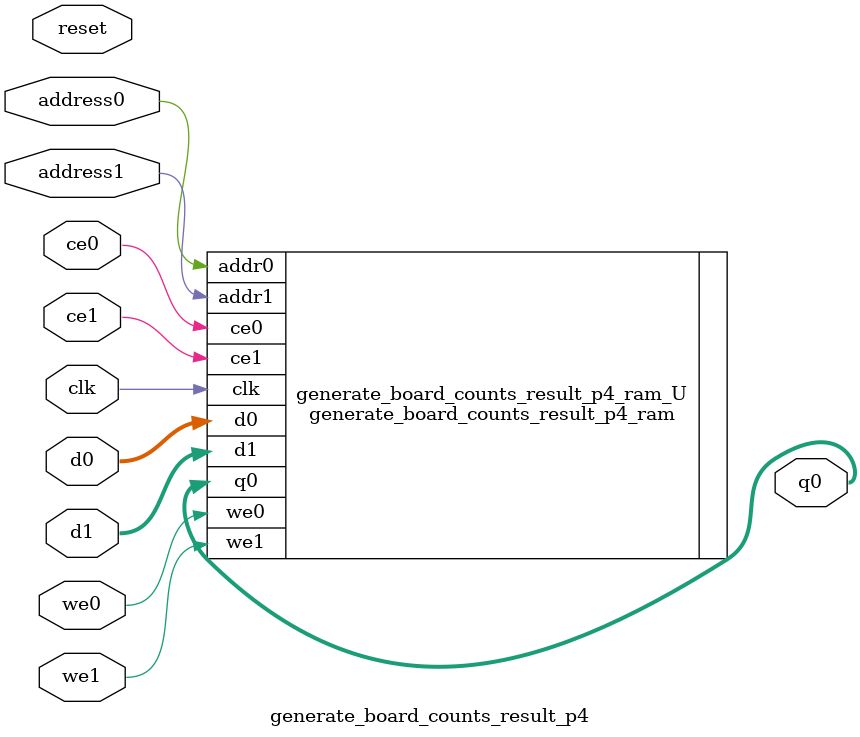
<source format=v>

`timescale 1 ns / 1 ps
module generate_board_counts_result_p4(
    reset,
    clk,
    address0,
    ce0,
    we0,
    d0,
    q0,
    address1,
    ce1,
    we1,
    d1);

parameter DataWidth = 32'd32;
parameter AddressRange = 32'd2;
parameter AddressWidth = 32'd1;
input reset;
input clk;
input[AddressWidth - 1:0] address0;
input ce0;
input we0;
input[DataWidth - 1:0] d0;
output[DataWidth - 1:0] q0;
input[AddressWidth - 1:0] address1;
input ce1;
input we1;
input[DataWidth - 1:0] d1;



generate_board_counts_result_p4_ram generate_board_counts_result_p4_ram_U(
    .clk( clk ),
    .addr0( address0 ),
    .ce0( ce0 ),
    .d0( d0 ),
    .we0( we0 ),
    .q0( q0 ),
    .addr1( address1 ),
    .ce1( ce1 ),
    .d1( d1 ),
    .we1( we1 ));

endmodule

</source>
